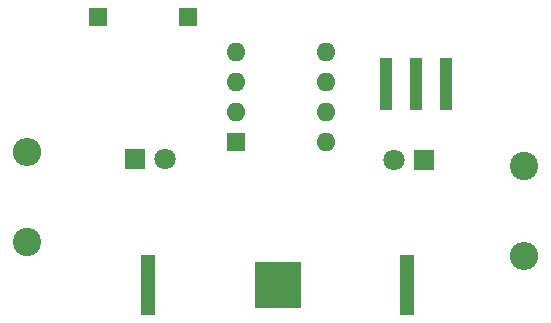
<source format=gbr>
%TF.GenerationSoftware,KiCad,Pcbnew,5.1.9+dfsg1-1*%
%TF.CreationDate,2021-10-11T10:55:51+01:00*%
%TF.ProjectId,pumpkin_jasmine,70756d70-6b69-46e5-9f6a-61736d696e65,rev?*%
%TF.SameCoordinates,Original*%
%TF.FileFunction,Soldermask,Bot*%
%TF.FilePolarity,Negative*%
%FSLAX46Y46*%
G04 Gerber Fmt 4.6, Leading zero omitted, Abs format (unit mm)*
G04 Created by KiCad (PCBNEW 5.1.9+dfsg1-1) date 2021-10-11 10:55:51*
%MOMM*%
%LPD*%
G01*
G04 APERTURE LIST*
%ADD10R,3.960000X3.960000*%
%ADD11R,1.270000X5.080000*%
%ADD12R,1.600000X1.600000*%
%ADD13O,1.600000X1.600000*%
%ADD14R,1.800000X1.800000*%
%ADD15C,1.800000*%
%ADD16O,2.400000X2.400000*%
%ADD17C,2.400000*%
%ADD18R,1.524000X1.524000*%
%ADD19R,1.000000X4.500000*%
G04 APERTURE END LIST*
D10*
%TO.C,BT1*%
X145694400Y-101955600D03*
D11*
X134709400Y-101955600D03*
X156679400Y-101955600D03*
%TD*%
D12*
%TO.C,U1*%
X142176500Y-89827100D03*
D13*
X149796500Y-82207100D03*
X142176500Y-87287100D03*
X149796500Y-84747100D03*
X142176500Y-84747100D03*
X149796500Y-87287100D03*
X142176500Y-82207100D03*
X149796500Y-89827100D03*
%TD*%
D14*
%TO.C,D1*%
X133604000Y-91274900D03*
D15*
X136144000Y-91274900D03*
%TD*%
%TO.C,D2*%
X155511500Y-91376500D03*
D14*
X158051500Y-91376500D03*
%TD*%
D16*
%TO.C,R1*%
X166535100Y-99453700D03*
D17*
X166535100Y-91833700D03*
%TD*%
%TO.C,R2*%
X124498100Y-98247200D03*
D16*
X124498100Y-90627200D03*
%TD*%
D18*
%TO.C,SW2*%
X138112500Y-79209900D03*
X130492500Y-79209900D03*
%TD*%
D19*
%TO.C,SW1*%
X157391100Y-84886800D03*
X154851100Y-84886800D03*
X159931100Y-84886800D03*
%TD*%
M02*

</source>
